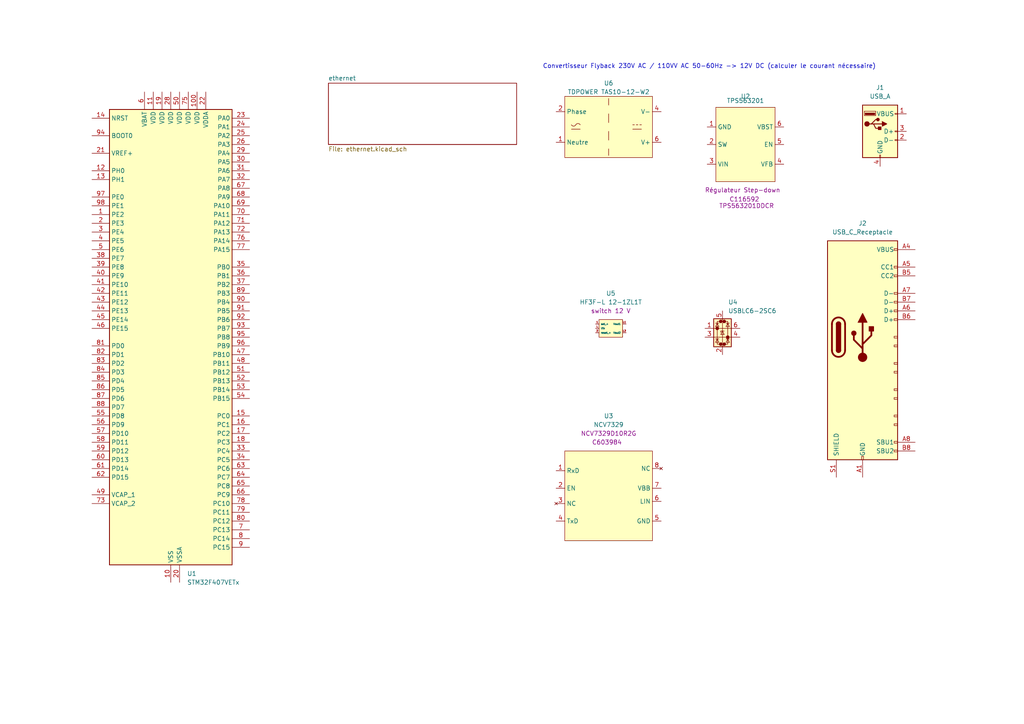
<source format=kicad_sch>
(kicad_sch (version 20231120) (generator "eeschema") (generator_version "8.0")
  (paper "A4")
  (title_block (title "Carte mère FabOS") (rev "1.0.0") (company "ENSEA"))
  (lib_symbols
    (symbol "Connector:USB_A" (pin_names (offset 1.016))
      (property "Reference" "J1" (at 0 12.7 0))
      (property "Value" "USB_A" (at 0 10.16 0))
      (symbol "USB_A_0_1"
        (rectangle (start -5.08 -7.62) (end 5.08 7.62) (stroke (width 0.254)) (fill (type background)))
        (circle (center -3.81 2.159) (radius 0.635) (stroke (width 0.254)) (fill (type outline)))
        (rectangle (start -1.524 4.826) (end -4.318 5.334) (fill (type outline)))
        (rectangle (start -1.27 4.572) (end -4.572 5.842))
        (circle (center -0.635 3.429) (radius 0.381) (stroke (width 0.254)) (fill (type outline)))
        (rectangle (start -0.127 -7.62) (end 0.127 -6.858))
        (polyline (pts (xy -3.175 2.159) (xy -2.54 2.159) (xy -1.27 3.429) (xy -0.635 3.429)) (stroke (width 0.254)))
        (polyline (pts (xy -2.54 2.159) (xy -1.905 2.159) (xy -1.27 0.889) (xy 0 0.889)) (stroke (width 0.254)))
        (polyline (pts (xy 0.635 2.794) (xy 0.635 1.524) (xy 1.905 2.159) (xy 0.635 2.794)) (stroke (width 0.254)) (fill (type outline)))
        (rectangle (start 0.254 1.27) (end -0.508 0.508) (stroke (width 0.254)) (fill (type outline)))
        (rectangle (start 5.08 -2.667) (end 4.318 -2.413))
        (rectangle (start 5.08 -0.127) (end 4.318 0.127))
        (rectangle (start 5.08 4.953) (end 4.318 5.207))
      )
      (symbol "USB_A_1_1"
        (polyline (pts (xy -1.905 2.159) (xy 0.635 2.159)) (stroke (width 0.254)))
        (pin power_in line (at 7.62 5.08 180) (length 2.54) (name "VBUS") (number "1"))
        (pin bidirectional line (at 7.62 -2.54 180) (length 2.54) (name "D-") (number "2"))
        (pin bidirectional line (at 7.62 0 180) (length 2.54) (name "D+") (number "3"))
        (pin power_in line (at 0 -10.16 90) (length 2.54) (name "GND") (number "4"))
      )
    )
    (symbol "Connector:USB_C_Receptacle" (pin_names (offset 1.016))
      (property "Reference" "J2" (at 0 33.02 0))
      (property "Value" "USB_C_Receptacle" (at 0 30.48 0))
      (symbol "USB_C_Receptacle_0_0"
        (rectangle (start -0.254 -35.56) (end 0.254 -34.544))
        (rectangle (start 10.16 -32.766) (end 9.144 -33.274))
        (rectangle (start 10.16 -30.226) (end 9.144 -30.734))
        (rectangle (start 10.16 -25.146) (end 9.144 -25.654))
        (rectangle (start 10.16 -22.606) (end 9.144 -23.114))
        (rectangle (start 10.16 -17.526) (end 9.144 -18.034))
        (rectangle (start 10.16 -14.986) (end 9.144 -15.494))
        (rectangle (start 10.16 -9.906) (end 9.144 -10.414))
        (rectangle (start 10.16 -7.366) (end 9.144 -7.874))
        (rectangle (start 10.16 -2.286) (end 9.144 -2.794))
        (rectangle (start 10.16 0.254) (end 9.144 -0.254))
        (rectangle (start 10.16 5.334) (end 9.144 4.826))
        (rectangle (start 10.16 7.874) (end 9.144 7.366))
        (rectangle (start 10.16 10.414) (end 9.144 9.906))
        (rectangle (start 10.16 12.954) (end 9.144 12.446))
        (rectangle (start 10.16 18.034) (end 9.144 17.526))
        (rectangle (start 10.16 20.574) (end 9.144 20.066))
        (rectangle (start 10.16 25.654) (end 9.144 25.146))
      )
      (symbol "USB_C_Receptacle_0_1"
        (rectangle (start -10.16 27.94) (end 10.16 -35.56) (stroke (width 0.254)) (fill (type background)))
        (arc (start -8.89 -3.81) (mid -6.985 -5.7067) (end -5.08 -3.81) (stroke (width 0.508)))
        (arc (start -7.62 -3.81) (mid -6.985 -4.4423) (end -6.35 -3.81) (stroke (width 0.254)))
        (arc (start -7.62 -3.81) (mid -6.985 -4.4423) (end -6.35 -3.81) (stroke (width 0.254)) (fill (type outline)))
        (rectangle (start -7.62 -3.81) (end -6.35 3.81) (stroke (width 0.254)) (fill (type outline)))
        (arc (start -6.35 3.81) (mid -6.985 4.4423) (end -7.62 3.81) (stroke (width 0.254)))
        (arc (start -6.35 3.81) (mid -6.985 4.4423) (end -7.62 3.81) (stroke (width 0.254)) (fill (type outline)))
        (arc (start -5.08 3.81) (mid -6.985 5.7067) (end -8.89 3.81) (stroke (width 0.508)))
        (polyline (pts (xy -8.89 -3.81) (xy -8.89 3.81)) (stroke (width 0.508)))
        (polyline (pts (xy -5.08 3.81) (xy -5.08 -3.81)) (stroke (width 0.508)))
      )
      (symbol "USB_C_Receptacle_1_1"
        (circle (center -2.54 1.143) (radius 0.635) (stroke (width 0.254)) (fill (type outline)))
        (circle (center 0 -5.842) (radius 1.27) (fill (type outline)))
        (polyline (pts (xy 0 -5.842) (xy 0 4.318)) (stroke (width 0.508)))
        (polyline (pts (xy 0 -3.302) (xy -2.54 -0.762) (xy -2.54 0.508)) (stroke (width 0.508)))
        (polyline (pts (xy 0 -2.032) (xy 2.54 0.508) (xy 2.54 1.778)) (stroke (width 0.508)))
        (polyline (pts (xy -1.27 4.318) (xy 0 6.858) (xy 1.27 4.318) (xy -1.27 4.318)) (stroke (width 0.254)) (fill (type outline)))
        (rectangle (start 1.905 1.778) (end 3.175 3.048) (stroke (width 0.254)) (fill (type outline)))
        (pin passive line (at 0 -40.64 90) (length 5.08) (name "GND") (number "A1"))
        (pin passive line (at 0 -40.64 90) (length 5.08) hide (name "GND") (number "A12"))
        (pin passive line (at 15.24 25.4 180) (length 5.08) (name "VBUS") (number "A4"))
        (pin bidirectional line (at 15.24 20.32 180) (length 5.08) (name "CC1") (number "A5"))
        (pin bidirectional line (at 15.24 7.62 180) (length 5.08) (name "D+") (number "A6"))
        (pin bidirectional line (at 15.24 12.7 180) (length 5.08) (name "D-") (number "A7"))
        (pin bidirectional line (at 15.24 -30.48 180) (length 5.08) (name "SBU1") (number "A8"))
        (pin passive line (at 15.24 25.4 180) (length 5.08) hide (name "VBUS") (number "A9"))
        (pin passive line (at 0 -40.64 90) (length 5.08) hide (name "GND") (number "B1"))
        (pin passive line (at 0 -40.64 90) (length 5.08) hide (name "GND") (number "B12"))
        (pin passive line (at 15.24 25.4 180) (length 5.08) hide (name "VBUS") (number "B4"))
        (pin bidirectional line (at 15.24 17.78 180) (length 5.08) (name "CC2") (number "B5"))
        (pin bidirectional line (at 15.24 5.08 180) (length 5.08) (name "D+") (number "B6"))
        (pin bidirectional line (at 15.24 10.16 180) (length 5.08) (name "D-") (number "B7"))
        (pin bidirectional line (at 15.24 -33.02 180) (length 5.08) (name "SBU2") (number "B8"))
        (pin passive line (at 15.24 25.4 180) (length 5.08) hide (name "VBUS") (number "B9"))
        (pin passive line (at -7.62 -40.64 90) (length 5.08) (name "SHIELD") (number "S1"))
      )
    )
    (symbol "Librairie_MB:NCV7329"
      (property "Reference" "U" (at 0 0 0))
      (property "Value" "NCV7329" (at 0 11.43 0))
      (property "MPN" "NCV7329D10R2G" (at -0.635 -19.05 0))
      (property "LCSC" "C603984 " (at 0 -17.145 0))
      (symbol "NCV7329_1_1"
        (rectangle (start -12.7 12.7) (end 12.7 -13.335) (fill (type background)))
        (pin output line (at -15.24 6.985 0) (length 2.54) (name "RxD") (number "1"))
        (pin input line (at -15.24 1.905 0) (length 2.54) (name "EN") (number "2"))
        (pin no_connect line (at -15.24 -2.54 0) (length 2.54) (name "NC") (number "3"))
        (pin input line (at -15.24 -7.62 0) (length 2.54) (name "TxD") (number "4"))
        (pin power_in line (at 15.24 -7.62 180) (length 2.54) (name "GND") (number "5"))
        (pin bidirectional line (at 15.24 -1.905 180) (length 2.54) (name "LIN") (number "6"))
        (pin power_in line (at 15.24 1.905 180) (length 2.54) (name "VBB") (number "7"))
        (pin no_connect line (at 15.24 7.62 180) (length 2.54) (name "NC") (number "8"))
      )
    )
    (symbol "Librairie_MB:Step-down_voltage_regulator"
      (property "Reference" "U2" (at 0.3175 13.97 0))
      (property "Value" "TPS563201" (at 0.3175 12.7 0))
      (property "MPN" "TPS563201DDCR" (at 0.635 -17.78 0))
      (property "LCSC" "C116592" (at 0 -15.875 0))
      (symbol "Step-down_voltage_regulator_1_1"
        (rectangle (start -8.255 10.795) (end 8.89 -10.795) (fill (type background)))
        (pin input line (at -10.795 5.08 0) (length 2.54) (name "GND") (number "1"))
        (pin output line (at -10.795 0 0) (length 2.54) (name "SW") (number "2"))
        (pin input line (at -10.795 -5.715 0) (length 2.54) (name "VIN") (number "3"))
        (pin input line (at 11.43 -5.715 180) (length 2.54) (name "VFB") (number "4"))
        (pin input line (at 11.43 0 180) (length 2.54) (name "EN") (number "5"))
        (pin output line (at 11.43 5.08 180) (length 2.54) (name "VBST") (number "6"))
      )
    )
    (symbol "Librairie_MB:Switch_12V"
      (property "Reference" "U" (at -0.254 -5.08 0))
      (property "Value" "HF3F-L 12-1ZL1T" (at -0.508 -7.366 0))
      (property "Description" "switch 12 V" (at 0.508 -9.144 0))
      (symbol "Switch_12V_1_1"
        (rectangle (start -4.064 2.54) (end 2.794 -2.54) (fill (type background)))
        (pin input line (at -5.08 1.27 0) (length 1) (name "set_+") (number "1"))
        (pin input line (at -5.08 -1.27 0) (length 1) (name "reset_+") (number "2"))
        (pin input line (at -5.08 0 0) (length 1) (name "Vin") (number "L"))
        (pin output line (at 3.81 1.27 180) (length 1) (name "Vout1") (number "L1"))
        (pin output line (at 3.81 -1.27 180) (length 1) (name "Vout2") (number "L2"))
      )
    )
    (symbol "Librairie_MB:Transformateur"
      (property "Reference" "U" (at 0 -11.43 0))
      (symbol "Transformateur_0_1"
        (arc (start -10.795 0.635) (mid -10.16 0.2495) (end -9.525 0.635))
        (arc (start -8.255 0.635) (mid -8.89 1.0072) (end -9.525 0.635))
        (polyline (pts (xy -10.795 -0.635) (xy -8.255 -0.635)))
        (polyline (pts (xy 6.985 -0.635) (xy 9.525 -0.635)))
        (polyline (pts (xy 6.985 0.635) (xy 7.493 0.635)))
        (polyline (pts (xy 8.001 0.635) (xy 8.509 0.635)))
        (polyline (pts (xy 9.017 0.635) (xy 9.525 0.635)))
      )
      (symbol "Transformateur_1_1"
        (rectangle (start -12.7 8.89) (end 12.7 -8.89) (fill (type background)))
        (polyline (pts (xy 0 -6.35) (xy 0 -8.255)))
        (polyline (pts (xy 0 -1.27) (xy 0 -3.81)))
        (polyline (pts (xy 0 3.81) (xy 0 1.27)))
        (polyline (pts (xy 0 8.255) (xy 0 6.35)))
        (pin power_in line (at -15.24 -4.445 0) (length 2.54) (name "Neutre") (number "1"))
        (pin power_in line (at -15.24 4.445 0) (length 2.54) (name "Phase") (number "2"))
        (pin power_out line (at 15.24 4.445 180) (length 2.54) (name "V-") (number "4"))
        (pin power_out line (at 15.24 -4.445 180) (length 2.54) (name "V+") (number "6"))
      )
    )
    (symbol "MCU_ST_STM32F4:STM32F407VETx"
      (property "Reference" "U" (at -17.78 67.31 0))
      (property "Value" "STM32F407VETx" (at 12.7 67.31 0))
      (symbol "STM32F407VETx_0_1"
        (rectangle (start -17.78 -66.04) (end 17.78 66.04) (stroke (width 0.254)) (fill (type background)))
      )
      (symbol "STM32F407VETx_1_1"
        (pin bidirectional line (at -22.86 35.56 0) (length 5.08) (name "PE2") (number "1"))
        (pin power_in line (at 0 -71.12 90) (length 5.08) (name "VSS") (number "10"))
        (pin power_in line (at 7.62 71.12 270) (length 5.08) (name "VDD") (number "100"))
        (pin power_in line (at -5.08 71.12 270) (length 5.08) (name "VDD") (number "11"))
        (pin bidirectional line (at -22.86 48.26 0) (length 5.08) (name "PH0") (number "12"))
        (pin bidirectional line (at -22.86 45.72 0) (length 5.08) (name "PH1") (number "13"))
        (pin input line (at -22.86 63.5 0) (length 5.08) (name "NRST") (number "14"))
        (pin bidirectional line (at 22.86 -22.86 180) (length 5.08) (name "PC0") (number "15"))
        (pin bidirectional line (at 22.86 -25.4 180) (length 5.08) (name "PC1") (number "16"))
        (pin bidirectional line (at 22.86 -27.94 180) (length 5.08) (name "PC2") (number "17"))
        (pin bidirectional line (at 22.86 -30.48 180) (length 5.08) (name "PC3") (number "18"))
        (pin power_in line (at -2.54 71.12 270) (length 5.08) (name "VDD") (number "19"))
        (pin bidirectional line (at -22.86 33.02 0) (length 5.08) (name "PE3") (number "2"))
        (pin power_in line (at 2.54 -71.12 90) (length 5.08) (name "VSSA") (number "20"))
        (pin input line (at -22.86 53.34 0) (length 5.08) (name "VREF+") (number "21"))
        (pin power_in line (at 10.16 71.12 270) (length 5.08) (name "VDDA") (number "22"))
        (pin bidirectional line (at 22.86 63.5 180) (length 5.08) (name "PA0") (number "23"))
        (pin bidirectional line (at 22.86 60.96 180) (length 5.08) (name "PA1") (number "24"))
        (pin bidirectional line (at 22.86 58.42 180) (length 5.08) (name "PA2") (number "25"))
        (pin bidirectional line (at 22.86 55.88 180) (length 5.08) (name "PA3") (number "26"))
        (pin passive line (at 0 -71.12 90) (length 5.08) hide (name "VSS") (number "27"))
        (pin power_in line (at 0 71.12 270) (length 5.08) (name "VDD") (number "28"))
        (pin bidirectional line (at 22.86 53.34 180) (length 5.08) (name "PA4") (number "29"))
        (pin bidirectional line (at -22.86 30.48 0) (length 5.08) (name "PE4") (number "3"))
        (pin bidirectional line (at 22.86 50.8 180) (length 5.08) (name "PA5") (number "30"))
        (pin bidirectional line (at 22.86 48.26 180) (length 5.08) (name "PA6") (number "31"))
        (pin bidirectional line (at 22.86 45.72 180) (length 5.08) (name "PA7") (number "32"))
        (pin bidirectional line (at 22.86 -33.02 180) (length 5.08) (name "PC4") (number "33"))
        (pin bidirectional line (at 22.86 -35.56 180) (length 5.08) (name "PC5") (number "34"))
        (pin bidirectional line (at 22.86 20.32 180) (length 5.08) (name "PB0") (number "35"))
        (pin bidirectional line (at 22.86 17.78 180) (length 5.08) (name "PB1") (number "36"))
        (pin bidirectional line (at 22.86 15.24 180) (length 5.08) (name "PB2") (number "37"))
        (pin bidirectional line (at -22.86 22.86 0) (length 5.08) (name "PE7") (number "38"))
        (pin bidirectional line (at -22.86 20.32 0) (length 5.08) (name "PE8") (number "39"))
        (pin bidirectional line (at -22.86 27.94 0) (length 5.08) (name "PE5") (number "4"))
        (pin bidirectional line (at -22.86 17.78 0) (length 5.08) (name "PE9") (number "40"))
        (pin bidirectional line (at -22.86 15.24 0) (length 5.08) (name "PE10") (number "41"))
        (pin bidirectional line (at -22.86 12.7 0) (length 5.08) (name "PE11") (number "42"))
        (pin bidirectional line (at -22.86 10.16 0) (length 5.08) (name "PE12") (number "43"))
        (pin bidirectional line (at -22.86 7.62 0) (length 5.08) (name "PE13") (number "44"))
        (pin bidirectional line (at -22.86 5.08 0) (length 5.08) (name "PE14") (number "45"))
        (pin bidirectional line (at -22.86 2.54 0) (length 5.08) (name "PE15") (number "46"))
        (pin bidirectional line (at 22.86 -5.08 180) (length 5.08) (name "PB10") (number "47"))
        (pin bidirectional line (at 22.86 -7.62 180) (length 5.08) (name "PB11") (number "48"))
        (pin power_out line (at -22.86 -45.72 0) (length 5.08) (name "VCAP_1") (number "49"))
        (pin bidirectional line (at -22.86 25.4 0) (length 5.08) (name "PE6") (number "5"))
        (pin power_in line (at 2.54 71.12 270) (length 5.08) (name "VDD") (number "50"))
        (pin bidirectional line (at 22.86 -10.16 180) (length 5.08) (name "PB12") (number "51"))
        (pin bidirectional line (at 22.86 -12.7 180) (length 5.08) (name "PB13") (number "52"))
        (pin bidirectional line (at 22.86 -15.24 180) (length 5.08) (name "PB14") (number "53"))
        (pin bidirectional line (at 22.86 -17.78 180) (length 5.08) (name "PB15") (number "54"))
        (pin bidirectional line (at -22.86 -22.86 0) (length 5.08) (name "PD8") (number "55"))
        (pin bidirectional line (at -22.86 -25.4 0) (length 5.08) (name "PD9") (number "56"))
        (pin bidirectional line (at -22.86 -27.94 0) (length 5.08) (name "PD10") (number "57"))
        (pin bidirectional line (at -22.86 -30.48 0) (length 5.08) (name "PD11") (number "58"))
        (pin bidirectional line (at -22.86 -33.02 0) (length 5.08) (name "PD12") (number "59"))
        (pin power_in line (at -7.62 71.12 270) (length 5.08) (name "VBAT") (number "6"))
        (pin bidirectional line (at -22.86 -35.56 0) (length 5.08) (name "PD13") (number "60"))
        (pin bidirectional line (at -22.86 -38.1 0) (length 5.08) (name "PD14") (number "61"))
        (pin bidirectional line (at -22.86 -40.64 0) (length 5.08) (name "PD15") (number "62"))
        (pin bidirectional line (at 22.86 -38.1 180) (length 5.08) (name "PC6") (number "63"))
        (pin bidirectional line (at 22.86 -40.64 180) (length 5.08) (name "PC7") (number "64"))
        (pin bidirectional line (at 22.86 -43.18 180) (length 5.08) (name "PC8") (number "65"))
        (pin bidirectional line (at 22.86 -45.72 180) (length 5.08) (name "PC9") (number "66"))
        (pin bidirectional line (at 22.86 43.18 180) (length 5.08) (name "PA8") (number "67"))
        (pin bidirectional line (at 22.86 40.64 180) (length 5.08) (name "PA9") (number "68"))
        (pin bidirectional line (at 22.86 38.1 180) (length 5.08) (name "PA10") (number "69"))
        (pin bidirectional line (at 22.86 -55.88 180) (length 5.08) (name "PC13") (number "7"))
        (pin bidirectional line (at 22.86 35.56 180) (length 5.08) (name "PA11") (number "70"))
        (pin bidirectional line (at 22.86 33.02 180) (length 5.08) (name "PA12") (number "71"))
        (pin bidirectional line (at 22.86 30.48 180) (length 5.08) (name "PA13") (number "72"))
        (pin power_out line (at -22.86 -48.26 0) (length 5.08) (name "VCAP_2") (number "73"))
        (pin passive line (at 0 -71.12 90) (length 5.08) hide (name "VSS") (number "74"))
        (pin power_in line (at 5.08 71.12 270) (length 5.08) (name "VDD") (number "75"))
        (pin bidirectional line (at 22.86 27.94 180) (length 5.08) (name "PA14") (number "76"))
        (pin bidirectional line (at 22.86 25.4 180) (length 5.08) (name "PA15") (number "77"))
        (pin bidirectional line (at 22.86 -48.26 180) (length 5.08) (name "PC10") (number "78"))
        (pin bidirectional line (at 22.86 -50.8 180) (length 5.08) (name "PC11") (number "79"))
        (pin bidirectional line (at 22.86 -58.42 180) (length 5.08) (name "PC14") (number "8"))
        (pin bidirectional line (at 22.86 -53.34 180) (length 5.08) (name "PC12") (number "80"))
        (pin bidirectional line (at -22.86 -2.54 0) (length 5.08) (name "PD0") (number "81"))
        (pin bidirectional line (at -22.86 -5.08 0) (length 5.08) (name "PD1") (number "82"))
        (pin bidirectional line (at -22.86 -7.62 0) (length 5.08) (name "PD2") (number "83"))
        (pin bidirectional line (at -22.86 -10.16 0) (length 5.08) (name "PD3") (number "84"))
        (pin bidirectional line (at -22.86 -12.7 0) (length 5.08) (name "PD4") (number "85"))
        (pin bidirectional line (at -22.86 -15.24 0) (length 5.08) (name "PD5") (number "86"))
        (pin bidirectional line (at -22.86 -17.78 0) (length 5.08) (name "PD6") (number "87"))
        (pin bidirectional line (at -22.86 -20.32 0) (length 5.08) (name "PD7") (number "88"))
        (pin bidirectional line (at 22.86 12.7 180) (length 5.08) (name "PB3") (number "89"))
        (pin bidirectional line (at 22.86 -60.96 180) (length 5.08) (name "PC15") (number "9"))
        (pin bidirectional line (at 22.86 10.16 180) (length 5.08) (name "PB4") (number "90"))
        (pin bidirectional line (at 22.86 7.62 180) (length 5.08) (name "PB5") (number "91"))
        (pin bidirectional line (at 22.86 5.08 180) (length 5.08) (name "PB6") (number "92"))
        (pin bidirectional line (at 22.86 2.54 180) (length 5.08) (name "PB7") (number "93"))
        (pin input line (at -22.86 58.42 0) (length 5.08) (name "BOOT0") (number "94"))
        (pin bidirectional line (at 22.86 0 180) (length 5.08) (name "PB8") (number "95"))
        (pin bidirectional line (at 22.86 -2.54 180) (length 5.08) (name "PB9") (number "96"))
        (pin bidirectional line (at -22.86 40.64 0) (length 5.08) (name "PE0") (number "97"))
        (pin bidirectional line (at -22.86 38.1 0) (length 5.08) (name "PE1") (number "98"))
        (pin passive line (at 0 -71.12 90) (length 5.08) hide (name "VSS") (number "99"))
      )
    )
    (symbol "Power_Protection:USBLC6-2SC6" (pin_names hide)
      (property "Reference" "U" (at 0.635 5.715 0))
      (property "Value" "USBLC6-2SC6" (at 0.635 3.81 0))
      (symbol "USBLC6-2SC6_0_0"
        (circle (center -1.524 0) (radius 0.0001) (stroke (width 0.508)))
        (circle (center -0.508 -4.572) (radius 0.0001) (stroke (width 0.508)))
        (circle (center -0.508 2.032) (radius 0.0001) (stroke (width 0.508)))
        (circle (center 0.508 -4.572) (radius 0.0001) (stroke (width 0.508)))
        (circle (center 0.508 2.032) (radius 0.0001) (stroke (width 0.508)))
        (circle (center 1.524 -2.54) (radius 0.0001) (stroke (width 0.508)))
      )
      (symbol "USBLC6-2SC6_0_1"
        (polyline (pts (xy -2.54 -2.54) (xy 2.54 -2.54)))
        (polyline (pts (xy -2.54 0) (xy 2.54 0)))
        (polyline (pts (xy -2.032 -3.048) (xy -1.016 -3.048)))
        (polyline (pts (xy -1.016 1.524) (xy -2.032 1.524)))
        (polyline (pts (xy 1.016 -3.048) (xy 2.032 -3.048)))
        (polyline (pts (xy 1.016 1.524) (xy 2.032 1.524)))
        (polyline (pts (xy -0.508 -1.143) (xy -0.508 -0.762) (xy 0.508 -0.762)))
        (polyline (pts (xy -2.032 0.508) (xy -1.016 0.508) (xy -1.524 1.524) (xy -2.032 0.508)))
        (polyline (pts (xy -1.016 -4.064) (xy -2.032 -4.064) (xy -1.524 -3.048) (xy -1.016 -4.064)))
        (polyline (pts (xy 0.508 -1.778) (xy -0.508 -1.778) (xy 0 -0.762) (xy 0.508 -1.778)))
        (polyline (pts (xy 2.032 -4.064) (xy 1.016 -4.064) (xy 1.524 -3.048) (xy 2.032 -4.064)))
        (polyline (pts (xy 2.032 0.508) (xy 1.016 0.508) (xy 1.524 1.524) (xy 2.032 0.508)))
        (polyline (pts (xy 0 2.54) (xy -0.508 2.032) (xy 0.508 2.032) (xy 0 1.524) (xy 0 -4.064) (xy -0.508 -4.572) (xy 0.508 -4.572) (xy 0 -5.08)))
      )
      (symbol "USBLC6-2SC6_1_1"
        (rectangle (start -2.54 2.794) (end 2.54 -5.334) (stroke (width 0.254)) (fill (type background)))
        (polyline (pts (xy -0.508 2.032) (xy -1.524 2.032) (xy -1.524 -4.572) (xy -0.508 -4.572)))
        (polyline (pts (xy 0.508 -4.572) (xy 1.524 -4.572) (xy 1.524 2.032) (xy 0.508 2.032)))
        (pin passive line (at -5.08 0 0) (length 2.54) (name "I/O1") (number "1"))
        (pin passive line (at 0 -7.62 90) (length 2.54) (name "GND") (number "2"))
        (pin passive line (at -5.08 -2.54 0) (length 2.54) (name "I/O2") (number "3"))
        (pin passive line (at 5.08 -2.54 180) (length 2.54) (name "I/O2") (number "4"))
        (pin passive line (at 0 5.08 270) (length 2.54) (name "VBUS") (number "5"))
        (pin passive line (at 5.08 0 180) (length 2.54) (name "I/O1") (number "6"))
      )
    )
  )
  (text "Convertisseur Flyback 230V AC / 110VV AC 50-60Hz -> 12V DC (calculer le courant nécessaire)" (at 205.74 19.304 0) (effects (font (size 1.27 1.27))))
  (symbol (lib_id "MCU_ST_STM32F4:STM32F407VETx") (at 49.53 97.79 0) (unit 1)
    (property "Reference" "U1" (at 54.2641 166.37 0) (effects (justify left)))
    (property "Value" "STM32F407VETx" (at 54.2641 168.91 0) (effects (justify left)))
    (property "Footprint" "Package_QFP:LQFP-100_14x14mm_P0.5mm" (effects (hide yes)))
    (property "Datasheet" "https://www.st.com/resource/en/datasheet/stm32f407ve.pdf" (effects (hide yes)))
    (property "Description" "STMicroelectronics Arm Cortex-M4 MCU, 512KB flash, 192KB RAM, 168 MHz, 1.8-3.6V, 82 GPIO, LQFP100" (effects (hide yes)))
  )
  (symbol (lib_id "Librairie_MB:Step-down_voltage_regulator") (at 215.9 41.91 0) (unit 1)
    (property "Reference" "U2" (at 216.2175 27.94 0))
    (property "Value" "TPS563201" (at 216.2175 29.21 0))
    (property "Footprint" "Librairie_MB:TPS563201" (effects (hide yes)))
    (property "Datasheet" "https://www.lcsc.com/datasheet/lcsc_datasheet_2304241919_Texas-Instruments-TPS563201DDCR_C116592.pdf" (effects (hide yes)))
    (property "Description" "Régulateur Step-down" (at 215.392 55.118 0))
    (property "MPN" "TPS563201DDCR" (at 216.535 59.69 0))
    (property "LCSC" "C116592" (at 215.9 57.785 0))
  )
  (symbol (lib_id "Connector:USB_C_Receptacle") (at 250.19 97.79 0) (unit 1)
    (property "Reference" "J2" (at 250.19 64.77 0))
    (property "Value" "USB_C_Receptacle" (at 250.19 67.31 0))
    (property "Footprint" "Librairie_MB:USB_C_femelle_12P" (effects (hide yes)))
    (property "Datasheet" "https://www.lcsc.com/datasheet/lcsc_datasheet_2009111836_SOFNG-MC-311D_C136423.pdf" (effects (hide yes)))
    (property "Description" "USB 12P" (effects (hide yes)))
    (property "MPN" "MC-311D" (effects (hide yes)))
    (property "LCSC" "C136423" (effects (hide yes)))
  )
  (symbol (lib_id "Power_Protection:USBLC6-2SC6") (at 209.55 95.25 0) (unit 1)
    (property "Reference" "U4" (at 211.2011 87.63 0) (effects (justify left)))
    (property "Value" "USBLC6-2SC6" (at 211.2011 90.17 0) (effects (justify left)))
    (property "Footprint" "Package_TO_SOT_SMD:SOT-23-6" (effects (hide yes)))
    (property "Datasheet" "https://www.st.com/resource/en/datasheet/usblc6-2.pdf" (effects (hide yes)))
    (property "Description" "Very low capacitance ESD protection diode, 2 data-line, SOT-23-6" (effects (hide yes)))
  )
  (symbol (lib_id "Librairie_MB:Switch_12V") (at 177.8 95.25 0) (unit 1)
    (property "Reference" "U5" (at 177.165 85.09 0))
    (property "Value" "HF3F-L 12-1ZL1T" (at 177.165 87.63 0))
    (property "Footprint" "Librairie_MB:switch 12V" (effects (hide yes)))
    (property "Datasheet" "https://www.tme.eu/Document/72a771a979a9284f42c6382232fc9181/HF3F-L.pdf" (effects (hide yes)))
    (property "Description" "switch 12 V" (at 177.165 90.17 0))
    (property "MFR" "HF3F-L/12-1ZL1T" (effects (hide yes)))
    (property "LCSC " "C190457" (effects (hide yes)))
  )
  (symbol (lib_id "Librairie_MB:NCV7329") (at 176.53 143.51 0) (unit 1)
    (property "Reference" "U3" (at 176.53 120.65 0))
    (property "Value" "NCV7329" (at 176.53 123.19 0))
    (property "Footprint" "Librairie_MB:NCV7329" (effects (hide yes)))
    (property "Datasheet" "https://www.lcsc.com/datasheet/lcsc_datasheet_2210210000_onsemi-NCV7329D10R2G_C603984.pdf" (effects (hide yes)))
    (property "Description" "LIN Trans/receiver" (effects (hide yes)))
    (property "MPN" "NCV7329D10R2G" (at 176.53 125.73 0))
    (property "LCSC" "C603984 " (at 176.53 128.27 0))
  )
  (symbol (lib_id "Connector:USB_A") (at 255.27 38.1 0) (unit 1)
    (property "Reference" "J1" (at 255.27 25.4 0))
    (property "Value" "USB_A" (at 255.27 27.94 0))
    (property "Footprint" "Librairie_MB:USB_A_Femelle" (effects (hide yes)))
    (property "Datasheet" "https://www.lcsc.com/datasheet/lcsc_datasheet_2103011233_Jing-Extension-of-the-Electronic-Co--908-371A1011D10100_C42576.pdf" (effects (hide yes)))
    (property "Description" "USB Type A connector" (effects (hide yes)))
    (property "MPN" "  908-371A1011D10100" (effects (hide yes)))
    (property "LCSC" "  C42576" (effects (hide yes)))
  )
  (symbol (lib_id "Librairie_MB:Transformateur") (at 176.53 36.83 0) (unit 1)
    (property "Reference" "U6" (at 176.53 24.13 0))
    (property "Value" "TDPOWER TAS10-12-W2" (at 176.53 26.67 0))
    (property "Footprint" "Librairie_MB:TD POWER TAS12-5-W2" (effects (hide yes)))
    (property "Datasheet" "https://www.lcsc.com/datasheet/lcsc_datasheet_2109141830_TDPOWER-TAS10-12-W2_C2687656.pdf" (effects (hide yes)))
    (property "Description" "Transformateur vers 12V" (effects (hide yes)))
    (property "MPN" "TAS10-12-W2" (effects (hide yes)))
    (property "LCSC" " C2687656" (effects (hide yes)))
  )
  (sheet (at 95.25 24.13) (size 54.61 17.78) (stroke (width 0.1524))
    (property "Sheetname" "ethernet" (at 95.25 23.4184 0) (effects (justify left bottom)))
    (property "Sheetfile" "ethernet.kicad_sch" (at 95.25 42.4946 0) (effects (justify left top)))
  )
)
</source>
